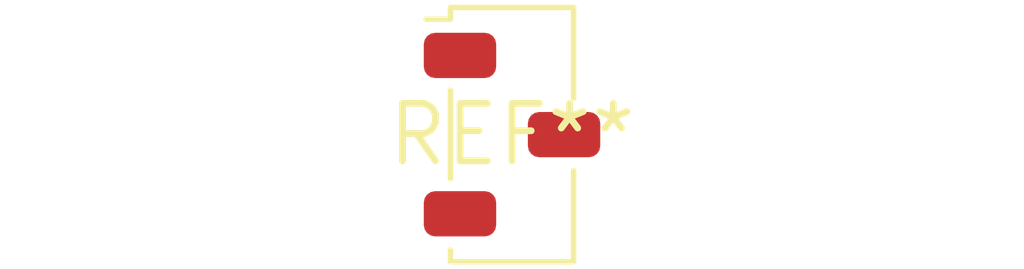
<source format=kicad_pcb>
(kicad_pcb (version 20240108) (generator pcbnew)
  (layers (0 "F.Cu" signal) (31 "B.Cu" signal) (34 "B.Paste" user) (35 "F.Paste" user) (36 "B.SilkS" user "B.Silkscreen") (37 "F.SilkS" user "F.Silkscreen") (38 "B.Mask" user) (39 "F.Mask" user) (44 "Edge.Cuts" user))
  (net 0 "")
  (footprint "Nidec_Copal_CAS-120A" (layer "F.Cu") (at 0 0)
    (property "Reference" "REF**")
    (property "Value" "Nidec_Copal_CAS-120A")
    (fp_line (start -1.36 -2.81) (end 1.36 -2.81) (layer "F.SilkS") (stroke (width 0.12)))
    (fp_line (start -1.36 -2.55) (end -1.9 -2.55) (layer "F.SilkS") (stroke (width 0.12)))
    (fp_line (start -1.36 -2.55) (end -1.36 -2.8) (layer "F.SilkS") (stroke (width 0.12)))
    (fp_line (start -1.36 -0.98) (end -1.36 0.98) (layer "F.SilkS") (stroke (width 0.12)))
    (fp_line (start -1.36 2.81) (end -1.36 2.55) (layer "F.SilkS") (stroke (width 0.12)))
    (fp_line (start 1.35 2.81) (end -1.35 2.81) (layer "F.SilkS") (stroke (width 0.12)))
    (fp_line (start 1.36 -2.81) (end 1.36 -0.8) (layer "F.SilkS") (stroke (width 0.12)))
    (fp_line (start 1.36 0.8) (end 1.36 2.81) (layer "F.SilkS") (stroke (width 0.12)))
    (pad "1" smd roundrect (at -1.15 -1.75 270) (size 1 1.6) (layers "F.Cu" "F.Paste" "F.Mask"))
    (pad "2" smd roundrect (at 1.15 0 270) (size 1 1.6) (layers "F.Cu" "F.Paste" "F.Mask"))
    (pad "3" smd roundrect (at -1.15 1.75 270) (size 1 1.6) (layers "F.Cu" "F.Paste" "F.Mask"))
  )
)
</source>
